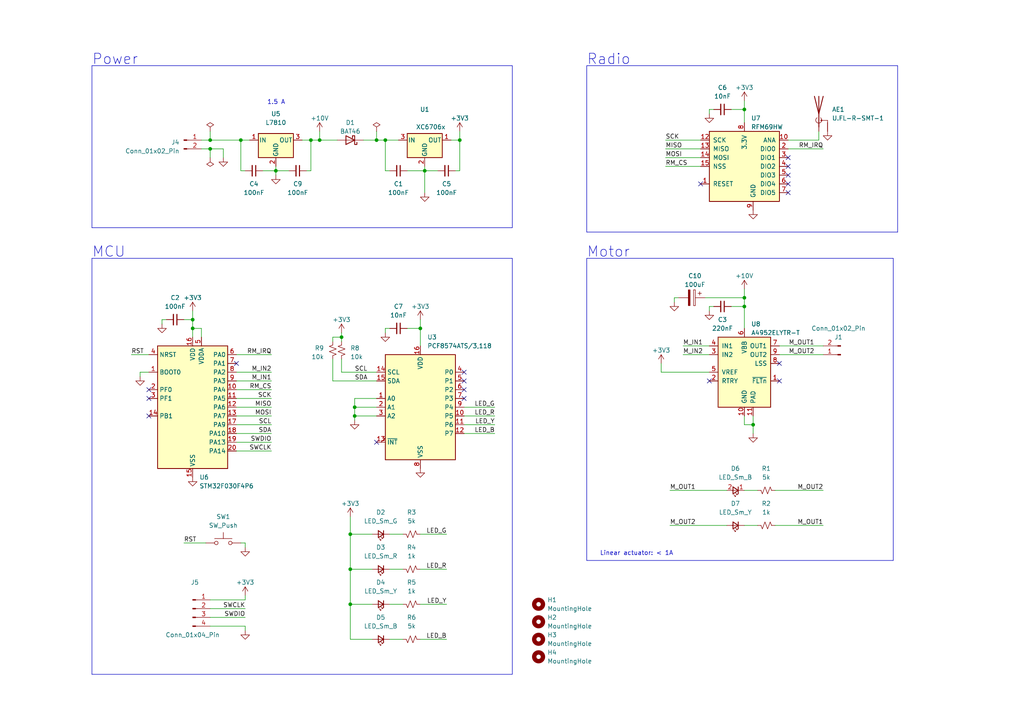
<source format=kicad_sch>
(kicad_sch (version 20230121) (generator eeschema)
  (paper "A4")
  (title_block (title "Greenhouse Node HB (Mini)") (date "2022-11-16") (rev "2") (company "Nick Bolton") (comment 1 "Controls an H-bridge with STM32F0xx") (comment 2 "Uses 868MHz RF69 radio module"))
  (lib_symbols
    (symbol "Connector:Conn_01x02_Pin" (pin_names (offset 1.016) hide)
      (property "Reference" "J" (at 0 2.54 0))
      (property "Value" "Conn_01x02_Pin" (at 0 -5.08 0))
      (symbol "Conn_01x02_Pin_1_1"
        (polyline (pts (xy 1.27 -2.54) (xy 0.8636 -2.54)) (stroke (width 0.1524)))
        (polyline (pts (xy 1.27 0) (xy 0.8636 0)) (stroke (width 0.1524)))
        (rectangle (start 0.8636 -2.413) (end 0 -2.667) (stroke (width 0.1524)) (fill (type outline)))
        (rectangle (start 0.8636 0.127) (end 0 -0.127) (stroke (width 0.1524)) (fill (type outline)))
        (pin passive line (at 5.08 0 180) (length 3.81) (name "Pin_1") (number "1"))
        (pin passive line (at 5.08 -2.54 180) (length 3.81) (name "Pin_2") (number "2"))
      )
    )
    (symbol "Connector:Conn_01x04_Pin" (pin_names (offset 1.016) hide)
      (property "Reference" "J" (at 0 5.08 0))
      (property "Value" "Conn_01x04_Pin" (at 0 -7.62 0))
      (symbol "Conn_01x04_Pin_1_1"
        (polyline (pts (xy 1.27 -5.08) (xy 0.8636 -5.08)) (stroke (width 0.1524)))
        (polyline (pts (xy 1.27 -2.54) (xy 0.8636 -2.54)) (stroke (width 0.1524)))
        (polyline (pts (xy 1.27 0) (xy 0.8636 0)) (stroke (width 0.1524)))
        (polyline (pts (xy 1.27 2.54) (xy 0.8636 2.54)) (stroke (width 0.1524)))
        (rectangle (start 0.8636 -4.953) (end 0 -5.207) (stroke (width 0.1524)) (fill (type outline)))
        (rectangle (start 0.8636 -2.413) (end 0 -2.667) (stroke (width 0.1524)) (fill (type outline)))
        (rectangle (start 0.8636 0.127) (end 0 -0.127) (stroke (width 0.1524)) (fill (type outline)))
        (rectangle (start 0.8636 2.667) (end 0 2.413) (stroke (width 0.1524)) (fill (type outline)))
        (pin passive line (at 5.08 2.54 180) (length 3.81) (name "Pin_1") (number "1"))
        (pin passive line (at 5.08 0 180) (length 3.81) (name "Pin_2") (number "2"))
        (pin passive line (at 5.08 -2.54 180) (length 3.81) (name "Pin_3") (number "3"))
        (pin passive line (at 5.08 -5.08 180) (length 3.81) (name "Pin_4") (number "4"))
      )
    )
    (symbol "Device:Antenna_Shield" (pin_numbers hide) (pin_names (offset 1.016) hide)
      (property "Reference" "AE" (at -1.905 4.445 0))
      (property "Value" "Antenna_Shield" (at -1.905 2.54 0))
      (symbol "Antenna_Shield_0_1"
        (arc (start -0.508 -1.143) (mid -0.8429 -2.1194) (end 0 -2.667))
        (arc (start 0 -2.667) (mid 0.7989 -2.1052) (end 0.508 -1.143))
        (polyline (pts (xy 0 -2.54) (xy 0 0)))
        (polyline (pts (xy 0 5.08) (xy 0 -3.81)) (stroke (width 0.254)))
        (polyline (pts (xy 0.762 -1.905) (xy 2.54 -1.905)))
        (polyline (pts (xy 2.54 -2.54) (xy 2.54 -1.905)))
        (polyline (pts (xy 1.27 5.08) (xy 0 0) (xy -1.27 5.08)) (stroke (width 0.254)))
        (circle (center 0.762 -1.905) (radius 0.1778) (fill (type outline)))
      )
      (symbol "Antenna_Shield_1_1"
        (pin input line (at 0 -5.08 90) (length 2.54) (name "A") (number "1"))
        (pin input line (at 2.54 -5.08 90) (length 2.54) (name "Shield") (number "2"))
      )
    )
    (symbol "Device:C_Polarized" (pin_numbers hide) (pin_names (offset 0.254))
      (property "Reference" "C" (at 0.635 2.54 0))
      (property "Value" "C_Polarized" (at 0.635 -2.54 0))
      (symbol "C_Polarized_0_1"
        (rectangle (start -2.286 0.508) (end 2.286 1.016))
        (polyline (pts (xy -1.778 2.286) (xy -0.762 2.286)))
        (polyline (pts (xy -1.27 2.794) (xy -1.27 1.778)))
        (rectangle (start 2.286 -0.508) (end -2.286 -1.016) (fill (type outline)))
      )
      (symbol "C_Polarized_1_1"
        (pin passive line (at 0 3.81 270) (length 2.794) (name "~") (number "1"))
        (pin passive line (at 0 -3.81 90) (length 2.794) (name "~") (number "2"))
      )
    )
    (symbol "Device:C_Small" (pin_numbers hide) (pin_names (offset 0.254) hide)
      (property "Reference" "C" (at 0.254 1.778 0))
      (property "Value" "C_Small" (at 0.254 -2.032 0))
      (symbol "C_Small_0_1"
        (polyline (pts (xy -1.524 -0.508) (xy 1.524 -0.508)) (stroke (width 0.3302)))
        (polyline (pts (xy -1.524 0.508) (xy 1.524 0.508)) (stroke (width 0.3048)))
      )
      (symbol "C_Small_1_1"
        (pin passive line (at 0 2.54 270) (length 2.032) (name "~") (number "1"))
        (pin passive line (at 0 -2.54 90) (length 2.032) (name "~") (number "2"))
      )
    )
    (symbol "Device:LED_Small" (pin_numbers hide) (pin_names (offset 0.254) hide)
      (property "Reference" "D" (at -1.27 3.175 0))
      (property "Value" "LED_Small" (at -4.445 -2.54 0))
      (symbol "LED_Small_0_1"
        (polyline (pts (xy -0.762 -1.016) (xy -0.762 1.016)) (stroke (width 0.254)))
        (polyline (pts (xy 1.016 0) (xy -0.762 0)))
        (polyline (pts (xy 0.762 -1.016) (xy -0.762 0) (xy 0.762 1.016) (xy 0.762 -1.016)) (stroke (width 0.254)))
        (polyline (pts (xy 0 0.762) (xy -0.508 1.27) (xy -0.254 1.27) (xy -0.508 1.27) (xy -0.508 1.016)))
        (polyline (pts (xy 0.508 1.27) (xy 0 1.778) (xy 0.254 1.778) (xy 0 1.778) (xy 0 1.524)))
      )
      (symbol "LED_Small_1_1"
        (pin passive line (at -2.54 0 0) (length 1.778) (name "K") (number "1"))
        (pin passive line (at 2.54 0 180) (length 1.778) (name "A") (number "2"))
      )
    )
    (symbol "Device:R_Small_US" (pin_numbers hide) (pin_names (offset 0.254) hide)
      (property "Reference" "R" (at 0.762 0.508 0))
      (property "Value" "R_Small_US" (at 0.762 -1.016 0))
      (symbol "R_Small_US_1_1"
        (polyline (pts (xy 0 0) (xy 1.016 -0.381) (xy 0 -0.762) (xy -1.016 -1.143) (xy 0 -1.524)))
        (polyline (pts (xy 0 1.524) (xy 1.016 1.143) (xy 0 0.762) (xy -1.016 0.381) (xy 0 0)))
        (pin passive line (at 0 2.54 270) (length 1.016) (name "~") (number "1"))
        (pin passive line (at 0 -2.54 90) (length 1.016) (name "~") (number "2"))
      )
    )
    (symbol "Diode:BAT46" (pin_numbers hide) (pin_names (offset 1.016) hide)
      (property "Reference" "D" (at 0 2.54 0))
      (property "Value" "BAT46" (at 0 -2.54 0))
      (symbol "BAT46_0_1"
        (polyline (pts (xy 1.27 0) (xy -1.27 0)))
        (polyline (pts (xy 1.27 1.27) (xy 1.27 -1.27) (xy -1.27 0) (xy 1.27 1.27)) (stroke (width 0.254)))
        (polyline (pts (xy -1.905 0.635) (xy -1.905 1.27) (xy -1.27 1.27) (xy -1.27 -1.27) (xy -0.635 -1.27) (xy -0.635 -0.635)) (stroke (width 0.254)))
      )
      (symbol "BAT46_1_1"
        (pin passive line (at -3.81 0 0) (length 2.54) (name "K") (number "1"))
        (pin passive line (at 3.81 0 180) (length 2.54) (name "A") (number "2"))
      )
    )
    (symbol "Driver_Motor:A4952_LY" (pin_names (offset 1.016))
      (property "Reference" "U" (at -7.62 11.43 0))
      (property "Value" "A4952_LY" (at 5.08 11.43 0))
      (symbol "A4952_LY_0_1"
        (rectangle (start -7.62 10.16) (end 7.62 -10.16) (stroke (width 0.254)) (fill (type background)))
      )
      (symbol "A4952_LY_1_1"
        (pin output line (at 10.16 -2.54 180) (length 2.54) (name "~{FLTn}") (number "1"))
        (pin power_in line (at 0 -12.7 90) (length 2.54) (name "GND") (number "10"))
        (pin power_in line (at 2.54 -12.7 90) (length 2.54) (name "PAD") (number "11"))
        (pin input line (at -10.16 -2.54 0) (length 2.54) (name "RTRY") (number "2"))
        (pin input line (at -10.16 5.08 0) (length 2.54) (name "IN2") (number "3"))
        (pin input line (at -10.16 7.62 0) (length 2.54) (name "IN1") (number "4"))
        (pin passive line (at -10.16 0 0) (length 2.54) (name "VREF") (number "5"))
        (pin power_in line (at 0 12.7 270) (length 2.54) (name "VBB") (number "6"))
        (pin power_out line (at 10.16 7.62 180) (length 2.54) (name "OUT1") (number "7"))
        (pin power_in line (at 10.16 2.54 180) (length 2.54) (name "LSS") (number "8"))
        (pin power_out line (at 10.16 5.08 180) (length 2.54) (name "OUT2") (number "9"))
      )
    )
    (symbol "Interface_Expansion:PCF8574"
      (property "Reference" "U" (at -8.89 16.51 0))
      (property "Value" "PCF8574" (at 2.54 16.51 0))
      (symbol "PCF8574_0_1"
        (rectangle (start -10.16 15.24) (end 10.16 -15.24) (stroke (width 0.254)) (fill (type background)))
      )
      (symbol "PCF8574_1_1"
        (pin input line (at -12.7 2.54 0) (length 2.54) (name "A0") (number "1"))
        (pin bidirectional line (at 12.7 -2.54 180) (length 2.54) (name "P5") (number "10"))
        (pin bidirectional line (at 12.7 -5.08 180) (length 2.54) (name "P6") (number "11"))
        (pin bidirectional line (at 12.7 -7.62 180) (length 2.54) (name "P7") (number "12"))
        (pin open_collector output_low (at -12.7 -10.16 0) (length 2.54) (name "~{INT}") (number "13"))
        (pin input line (at -12.7 10.16 0) (length 2.54) (name "SCL") (number "14"))
        (pin bidirectional line (at -12.7 7.62 0) (length 2.54) (name "SDA") (number "15"))
        (pin power_in line (at 0 17.78 270) (length 2.54) (name "VDD") (number "16"))
        (pin input line (at -12.7 0 0) (length 2.54) (name "A1") (number "2"))
        (pin input line (at -12.7 -2.54 0) (length 2.54) (name "A2") (number "3"))
        (pin bidirectional line (at 12.7 10.16 180) (length 2.54) (name "P0") (number "4"))
        (pin bidirectional line (at 12.7 7.62 180) (length 2.54) (name "P1") (number "5"))
        (pin bidirectional line (at 12.7 5.08 180) (length 2.54) (name "P2") (number "6"))
        (pin bidirectional line (at 12.7 2.54 180) (length 2.54) (name "P3") (number "7"))
        (pin power_in line (at 0 -17.78 90) (length 2.54) (name "VSS") (number "8"))
        (pin bidirectional line (at 12.7 0 180) (length 2.54) (name "P4") (number "9"))
      )
    )
    (symbol "LED_Small_1" (pin_names (offset 0.254) hide)
      (property "Reference" "D" (at -1.27 3.175 0))
      (property "Value" "LED_Small_1" (at -4.445 -2.54 0))
      (symbol "LED_Small_1_0_1"
        (polyline (pts (xy -0.762 -1.016) (xy -0.762 1.016)) (stroke (width 0.254)))
        (polyline (pts (xy 1.016 0) (xy -0.762 0)))
        (polyline (pts (xy 0.762 -1.016) (xy -0.762 0) (xy 0.762 1.016) (xy 0.762 -1.016)) (stroke (width 0.254)))
        (polyline (pts (xy 0 0.762) (xy -0.508 1.27) (xy -0.254 1.27) (xy -0.508 1.27) (xy -0.508 1.016)))
        (polyline (pts (xy 0.508 1.27) (xy 0 1.778) (xy 0.254 1.778) (xy 0 1.778) (xy 0 1.524)))
      )
      (symbol "LED_Small_1_1_1"
        (pin passive line (at -2.54 0 0) (length 1.778) (name "K") (number "1"))
        (pin passive line (at 2.54 0 180) (length 1.778) (name "A") (number "2"))
      )
    )
    (symbol "MCU_ST_STM32F0:STM32F030F4Px"
      (property "Reference" "U" (at -10.16 19.05 0))
      (property "Value" "STM32F030F4Px" (at 5.08 19.05 0))
      (symbol "STM32F030F4Px_0_1"
        (rectangle (start -10.16 -17.78) (end 10.16 17.78) (stroke (width 0.254)) (fill (type background)))
      )
      (symbol "STM32F030F4Px_1_1"
        (pin input line (at -12.7 10.16 0) (length 2.54) (name "BOOT0") (number "1"))
        (pin bidirectional line (at 12.7 5.08 180) (length 2.54) (name "PA4") (number "10"))
        (pin bidirectional line (at 12.7 2.54 180) (length 2.54) (name "PA5") (number "11"))
        (pin bidirectional line (at 12.7 0 180) (length 2.54) (name "PA6") (number "12"))
        (pin bidirectional line (at 12.7 -2.54 180) (length 2.54) (name "PA7") (number "13"))
        (pin bidirectional line (at -12.7 -2.54 0) (length 2.54) (name "PB1") (number "14"))
        (pin power_in line (at 0 -20.32 90) (length 2.54) (name "VSS") (number "15"))
        (pin power_in line (at 0 20.32 270) (length 2.54) (name "VDD") (number "16"))
        (pin bidirectional line (at 12.7 -5.08 180) (length 2.54) (name "PA9") (number "17"))
        (pin bidirectional line (at 12.7 -7.62 180) (length 2.54) (name "PA10") (number "18"))
        (pin bidirectional line (at 12.7 -10.16 180) (length 2.54) (name "PA13") (number "19"))
        (pin bidirectional line (at -12.7 5.08 0) (length 2.54) (name "PF0") (number "2"))
        (pin bidirectional line (at 12.7 -12.7 180) (length 2.54) (name "PA14") (number "20"))
        (pin bidirectional line (at -12.7 2.54 0) (length 2.54) (name "PF1") (number "3"))
        (pin input line (at -12.7 15.24 0) (length 2.54) (name "NRST") (number "4"))
        (pin power_in line (at 2.54 20.32 270) (length 2.54) (name "VDDA") (number "5"))
        (pin bidirectional line (at 12.7 15.24 180) (length 2.54) (name "PA0") (number "6"))
        (pin bidirectional line (at 12.7 12.7 180) (length 2.54) (name "PA1") (number "7"))
        (pin bidirectional line (at 12.7 10.16 180) (length 2.54) (name "PA2") (number "8"))
        (pin bidirectional line (at 12.7 7.62 180) (length 2.54) (name "PA3") (number "9"))
      )
    )
    (symbol "Mechanical:MountingHole" (pin_names (offset 1.016))
      (property "Reference" "H" (at 0 5.08 0))
      (property "Value" "MountingHole" (at 0 3.175 0))
      (symbol "MountingHole_0_1"
        (circle (center 0 0) (radius 1.27) (stroke (width 1.27)))
      )
    )
    (symbol "Nick:GND" (power) (pin_names (offset 0))
      (symbol "GND_0_1"
        (polyline (pts (xy 0 0) (xy 0 -1.27) (xy 1.27 -1.27) (xy 0 -2.54) (xy -1.27 -1.27) (xy 0 -1.27)))
      )
      (symbol "GND_1_1"
        (pin power_in line (at 0 0 270) (length 0) hide (name "GND") (number "1"))
      )
    )
    (symbol "Nick:PWR_FLAG" (power) (pin_numbers hide) (pin_names (offset 0) hide)
      (symbol "PWR_FLAG_0_0"
        (pin power_out line (at 0 0 90) (length 0) (name "pwr") (number "1"))
      )
      (symbol "PWR_FLAG_0_1"
        (polyline (pts (xy 0 0) (xy 0 1.27) (xy -1.016 1.905) (xy 0 2.54) (xy 1.016 1.905) (xy 0 1.27)))
      )
    )
    (symbol "Nick:XC6706x" (pin_names (offset 0.254))
      (property "Reference" "U" (at -5.08 3.81 0))
      (property "Value" "XC6706x" (at -2.54 3.81 0))
      (symbol "XC6706x_0_1"
        (rectangle (start -5.08 1.905) (end 5.08 -5.08) (stroke (width 0.254)) (fill (type background)))
      )
      (symbol "XC6706x_1_1"
        (pin power_out line (at 7.62 0 180) (length 2.54) (name "OUT") (number "1"))
        (pin power_in line (at 0 -7.62 90) (length 2.54) (name "GND") (number "2"))
        (pin power_in line (at -7.62 0 0) (length 2.54) (name "IN") (number "3"))
      )
    )
    (symbol "RF_Module:RFM69HW" (pin_names (offset 1.016))
      (property "Reference" "U" (at -3.81 11.43 0))
      (property "Value" "RFM69HW" (at -7.62 13.97 0))
      (symbol "RFM69HW_0_1"
        (rectangle (start -10.16 10.16) (end 10.16 -10.16) (stroke (width 0.254)) (fill (type background)))
      )
      (symbol "RFM69HW_1_1"
        (pin input line (at -12.7 -5.08 0) (length 2.54) (name "RESET") (number "1"))
        (pin output line (at 12.7 7.62 180) (length 2.54) (name "ANA") (number "10"))
        (pin passive line (at 2.54 -12.7 90) (length 2.54) hide (name "GND") (number "11"))
        (pin input line (at -12.7 7.62 0) (length 2.54) (name "SCK") (number "12"))
        (pin output line (at -12.7 5.08 0) (length 2.54) (name "MISO") (number "13"))
        (pin input line (at -12.7 2.54 0) (length 2.54) (name "MOSI") (number "14"))
        (pin input line (at -12.7 0 0) (length 2.54) (name "NSS") (number "15"))
        (pin no_connect line (at -2.54 -10.16 90) (length 2.54) hide (name "NC") (number "16"))
        (pin bidirectional line (at 12.7 5.08 180) (length 2.54) (name "DIO0") (number "2"))
        (pin bidirectional line (at 12.7 2.54 180) (length 2.54) (name "DIO1") (number "3"))
        (pin bidirectional line (at 12.7 0 180) (length 2.54) (name "DIO2") (number "4"))
        (pin bidirectional line (at 12.7 -2.54 180) (length 2.54) (name "DIO3") (number "5"))
        (pin bidirectional line (at 12.7 -5.08 180) (length 2.54) (name "DIO4") (number "6"))
        (pin bidirectional line (at 12.7 -7.62 180) (length 2.54) (name "DIO5") (number "7"))
        (pin power_in line (at 0 12.7 270) (length 2.54) (name "3.3V") (number "8"))
        (pin power_in line (at 2.54 -12.7 90) (length 2.54) (name "GND") (number "9"))
      )
    )
    (symbol "Regulator_Linear:L7805" (pin_names (offset 0.254))
      (property "Reference" "U" (at -3.81 3.175 0))
      (property "Value" "L7805" (at 0 3.175 0))
      (symbol "L7805_0_1"
        (rectangle (start -5.08 1.905) (end 5.08 -5.08) (stroke (width 0.254)) (fill (type background)))
      )
      (symbol "L7805_1_1"
        (pin power_in line (at -7.62 0 0) (length 2.54) (name "IN") (number "1"))
        (pin power_in line (at 0 -7.62 90) (length 2.54) (name "GND") (number "2"))
        (pin power_out line (at 7.62 0 180) (length 2.54) (name "OUT") (number "3"))
      )
    )
    (symbol "Switch:SW_Push" (pin_numbers hide) (pin_names (offset 1.016) hide)
      (property "Reference" "SW" (at 1.27 2.54 0))
      (property "Value" "SW_Push" (at 0 -1.524 0))
      (symbol "SW_Push_0_1"
        (circle (center -2.032 0) (radius 0.508))
        (polyline (pts (xy 0 1.27) (xy 0 3.048)))
        (polyline (pts (xy 2.54 1.27) (xy -2.54 1.27)))
        (circle (center 2.032 0) (radius 0.508))
        (pin passive line (at -5.08 0 0) (length 2.54) (name "1") (number "1"))
        (pin passive line (at 5.08 0 180) (length 2.54) (name "2") (number "2"))
      )
    )
    (symbol "power:+10V" (power) (pin_names (offset 0))
      (property "Value" "+10V" (at 0 3.556 0))
      (symbol "+10V_0_1"
        (polyline (pts (xy -0.762 1.27) (xy 0 2.54)))
        (polyline (pts (xy 0 0) (xy 0 2.54)))
        (polyline (pts (xy 0 2.54) (xy 0.762 1.27)))
      )
      (symbol "+10V_1_1"
        (pin power_in line (at 0 0 90) (length 0) hide (name "+10V") (number "1"))
      )
    )
    (symbol "power:+3V3" (power) (pin_names (offset 0))
      (property "Value" "+3V3" (at 0 3.556 0))
      (symbol "+3V3_0_1"
        (polyline (pts (xy -0.762 1.27) (xy 0 2.54)))
        (polyline (pts (xy 0 0) (xy 0 2.54)))
        (polyline (pts (xy 0 2.54) (xy 0.762 1.27)))
      )
      (symbol "+3V3_1_1"
        (pin power_in line (at 0 0 90) (length 0) hide (name "+3V3") (number "1"))
      )
    )
    (symbol "power:GND" (power) (pin_names (offset 0))
      (property "Value" "GND" (at 0 -3.81 0))
      (symbol "GND_0_1"
        (polyline (pts (xy 0 0) (xy 0 -1.27) (xy 1.27 -1.27) (xy 0 -2.54) (xy -1.27 -1.27) (xy 0 -1.27)))
      )
      (symbol "GND_1_1"
        (pin power_in line (at 0 0 270) (length 0) hide (name "GND") (number "1"))
      )
    )
  )
  (junction (at 80.01 49.53))
  (junction (at 215.9 86.36))
  (junction (at 60.96 43.18))
  (junction (at 215.9 88.9))
  (junction (at 121.92 95.25))
  (junction (at 215.9 31.75))
  (junction (at 90.17 40.64))
  (junction (at 55.88 92.71))
  (junction (at 102.87 118.11))
  (junction (at 111.76 40.64))
  (junction (at 101.6 165.1))
  (junction (at 109.22 40.64))
  (junction (at 99.06 97.79))
  (junction (at 133.35 40.64))
  (junction (at 123.19 49.53))
  (junction (at 69.85 40.64))
  (junction (at 60.96 40.64))
  (junction (at 92.71 40.64))
  (junction (at 102.87 120.65))
  (junction (at 101.6 154.94))
  (junction (at 55.88 95.25))
  (junction (at 101.6 175.26))
  (junction (at 218.44 123.19))
  (no_connect (at 134.62 107.95))
  (no_connect (at 134.62 110.49))
  (no_connect (at 109.22 128.27))
  (no_connect (at 228.6 48.26))
  (no_connect (at 228.6 50.8))
  (no_connect (at 203.2 53.34))
  (no_connect (at 226.06 105.41))
  (no_connect (at 228.6 53.34))
  (no_connect (at 43.18 115.57))
  (no_connect (at 134.62 113.03))
  (no_connect (at 228.6 45.72))
  (no_connect (at 68.58 105.41))
  (no_connect (at 205.74 110.49))
  (no_connect (at 228.6 55.88))
  (no_connect (at 43.18 120.65))
  (no_connect (at 134.62 115.57))
  (no_connect (at 226.06 110.49))
  (no_connect (at 43.18 113.03))
  (wire (pts (xy 194.31 152.4) (xy 210.82 152.4)))
  (wire (pts (xy 46.99 92.71) (xy 48.26 92.71)))
  (wire (pts (xy 215.9 88.9) (xy 215.9 95.25)))
  (polyline (pts (xy 148.59 19.05) (xy 26.67 19.05)))
  (wire (pts (xy 92.71 38.1) (xy 92.71 40.64)))
  (wire (pts (xy 71.12 172.72) (xy 71.12 173.99)))
  (wire (pts (xy 105.41 40.64) (xy 109.22 40.64)))
  (wire (pts (xy 101.6 154.94) (xy 101.6 165.1)))
  (wire (pts (xy 121.92 165.1) (xy 129.54 165.1)))
  (polyline (pts (xy 170.18 74.93) (xy 170.18 162.56)))
  (wire (pts (xy 68.58 128.27) (xy 78.74 128.27)))
  (wire (pts (xy 228.6 43.18) (xy 238.76 43.18)))
  (wire (pts (xy 68.58 120.65) (xy 78.74 120.65)))
  (wire (pts (xy 38.1 102.87) (xy 43.18 102.87)))
  (wire (pts (xy 111.76 95.25) (xy 113.03 95.25)))
  (wire (pts (xy 58.42 40.64) (xy 60.96 40.64)))
  (wire (pts (xy 99.06 96.52) (xy 99.06 97.79)))
  (wire (pts (xy 96.52 97.79) (xy 99.06 97.79)))
  (wire (pts (xy 130.81 40.64) (xy 133.35 40.64)))
  (wire (pts (xy 123.19 49.53) (xy 123.19 55.88)))
  (wire (pts (xy 102.87 120.65) (xy 109.22 120.65)))
  (wire (pts (xy 76.2 49.53) (xy 80.01 49.53)))
  (wire (pts (xy 90.17 40.64) (xy 90.17 49.53)))
  (wire (pts (xy 203.2 48.26) (xy 193.04 48.26)))
  (wire (pts (xy 88.9 49.53) (xy 90.17 49.53)))
  (polyline (pts (xy 26.67 66.04) (xy 148.59 66.04)))
  (wire (pts (xy 109.22 118.11) (xy 102.87 118.11)))
  (wire (pts (xy 123.19 48.26) (xy 123.19 49.53)))
  (wire (pts (xy 69.85 40.64) (xy 72.39 40.64)))
  (wire (pts (xy 111.76 40.64) (xy 115.57 40.64)))
  (polyline (pts (xy 259.08 162.56) (xy 170.18 162.56)))
  (wire (pts (xy 237.49 38.1) (xy 237.49 40.64)))
  (wire (pts (xy 64.77 43.18) (xy 60.96 43.18)))
  (wire (pts (xy 198.12 100.33) (xy 205.74 100.33)))
  (wire (pts (xy 109.22 40.64) (xy 111.76 40.64)))
  (wire (pts (xy 132.08 49.53) (xy 133.35 49.53)))
  (wire (pts (xy 215.9 123.19) (xy 218.44 123.19)))
  (wire (pts (xy 215.9 83.82) (xy 215.9 86.36)))
  (wire (pts (xy 55.88 92.71) (xy 55.88 95.25)))
  (wire (pts (xy 99.06 97.79) (xy 99.06 99.06)))
  (wire (pts (xy 53.34 92.71) (xy 55.88 92.71)))
  (wire (pts (xy 102.87 115.57) (xy 102.87 118.11)))
  (wire (pts (xy 80.01 49.53) (xy 80.01 50.8)))
  (wire (pts (xy 203.2 40.64) (xy 193.04 40.64)))
  (wire (pts (xy 113.03 185.42) (xy 116.84 185.42)))
  (wire (pts (xy 68.58 107.95) (xy 78.74 107.95)))
  (wire (pts (xy 68.58 123.19) (xy 78.74 123.19)))
  (wire (pts (xy 68.58 102.87) (xy 78.74 102.87)))
  (wire (pts (xy 195.58 86.36) (xy 195.58 87.63)))
  (wire (pts (xy 203.2 45.72) (xy 193.04 45.72)))
  (polyline (pts (xy 259.08 74.93) (xy 259.08 162.56)))
  (wire (pts (xy 134.62 125.73) (xy 143.51 125.73)))
  (wire (pts (xy 96.52 99.06) (xy 96.52 97.79)))
  (wire (pts (xy 101.6 165.1) (xy 107.95 165.1)))
  (wire (pts (xy 109.22 107.95) (xy 99.06 107.95)))
  (wire (pts (xy 134.62 123.19) (xy 143.51 123.19)))
  (wire (pts (xy 113.03 165.1) (xy 116.84 165.1)))
  (polyline (pts (xy 170.18 74.93) (xy 259.08 74.93)))
  (wire (pts (xy 68.58 110.49) (xy 78.74 110.49)))
  (wire (pts (xy 205.74 33.02) (xy 205.74 31.75)))
  (wire (pts (xy 102.87 118.11) (xy 102.87 120.65)))
  (wire (pts (xy 191.77 107.95) (xy 205.74 107.95)))
  (wire (pts (xy 99.06 104.14) (xy 99.06 107.95)))
  (wire (pts (xy 68.58 118.11) (xy 78.74 118.11)))
  (wire (pts (xy 55.88 90.17) (xy 55.88 92.71)))
  (wire (pts (xy 68.58 115.57) (xy 78.74 115.57)))
  (wire (pts (xy 121.92 154.94) (xy 129.54 154.94)))
  (wire (pts (xy 111.76 96.52) (xy 111.76 95.25)))
  (wire (pts (xy 60.96 181.61) (xy 71.12 181.61)))
  (polyline (pts (xy 260.35 19.05) (xy 170.18 19.05)))
  (wire (pts (xy 134.62 120.65) (xy 143.51 120.65)))
  (wire (pts (xy 80.01 49.53) (xy 83.82 49.53)))
  (wire (pts (xy 212.09 88.9) (xy 215.9 88.9)))
  (wire (pts (xy 60.96 173.99) (xy 71.12 173.99)))
  (polyline (pts (xy 170.18 19.05) (xy 170.18 67.31)))
  (wire (pts (xy 101.6 165.1) (xy 101.6 175.26)))
  (wire (pts (xy 101.6 149.86) (xy 101.6 154.94)))
  (wire (pts (xy 215.9 29.21) (xy 215.9 31.75)))
  (polyline (pts (xy 148.59 195.58) (xy 26.67 195.58)))
  (wire (pts (xy 121.92 92.71) (xy 121.92 95.25)))
  (wire (pts (xy 60.96 40.64) (xy 69.85 40.64)))
  (wire (pts (xy 68.58 125.73) (xy 78.74 125.73)))
  (wire (pts (xy 111.76 49.53) (xy 111.76 40.64)))
  (wire (pts (xy 46.99 92.71) (xy 46.99 93.98)))
  (wire (pts (xy 107.95 154.94) (xy 101.6 154.94)))
  (wire (pts (xy 205.74 88.9) (xy 207.01 88.9)))
  (wire (pts (xy 101.6 175.26) (xy 101.6 185.42)))
  (wire (pts (xy 118.11 49.53) (xy 123.19 49.53)))
  (wire (pts (xy 101.6 185.42) (xy 107.95 185.42)))
  (polyline (pts (xy 26.67 74.93) (xy 148.59 74.93)))
  (wire (pts (xy 218.44 123.19) (xy 218.44 125.73)))
  (wire (pts (xy 90.17 40.64) (xy 92.71 40.64)))
  (wire (pts (xy 123.19 49.53) (xy 127 49.53)))
  (wire (pts (xy 58.42 97.79) (xy 58.42 95.25)))
  (wire (pts (xy 80.01 48.26) (xy 80.01 49.53)))
  (wire (pts (xy 96.52 110.49) (xy 109.22 110.49)))
  (wire (pts (xy 58.42 95.25) (xy 55.88 95.25)))
  (polyline (pts (xy 148.59 66.04) (xy 148.59 19.05)))
  (wire (pts (xy 118.11 95.25) (xy 121.92 95.25)))
  (wire (pts (xy 60.96 179.07) (xy 71.12 179.07)))
  (wire (pts (xy 60.96 45.72) (xy 60.96 43.18)))
  (polyline (pts (xy 260.35 67.31) (xy 260.35 19.05)))
  (wire (pts (xy 102.87 121.92) (xy 102.87 120.65)))
  (wire (pts (xy 226.06 102.87) (xy 238.76 102.87)))
  (wire (pts (xy 68.58 130.81) (xy 78.74 130.81)))
  (wire (pts (xy 64.77 45.72) (xy 64.77 43.18)))
  (wire (pts (xy 133.35 38.1) (xy 133.35 40.64)))
  (wire (pts (xy 134.62 118.11) (xy 143.51 118.11)))
  (wire (pts (xy 215.9 152.4) (xy 219.71 152.4)))
  (wire (pts (xy 224.79 152.4) (xy 238.76 152.4)))
  (polyline (pts (xy 170.18 67.31) (xy 260.35 67.31)))
  (wire (pts (xy 69.85 49.53) (xy 71.12 49.53)))
  (wire (pts (xy 121.92 95.25) (xy 121.92 100.33)))
  (wire (pts (xy 101.6 175.26) (xy 107.95 175.26)))
  (wire (pts (xy 195.58 86.36) (xy 196.85 86.36)))
  (wire (pts (xy 40.64 109.22) (xy 40.64 107.95)))
  (wire (pts (xy 205.74 31.75) (xy 207.01 31.75)))
  (wire (pts (xy 60.96 38.1) (xy 60.96 40.64)))
  (wire (pts (xy 226.06 100.33) (xy 238.76 100.33)))
  (polyline (pts (xy 148.59 74.93) (xy 148.59 195.58)))
  (wire (pts (xy 215.9 86.36) (xy 215.9 88.9)))
  (wire (pts (xy 71.12 157.48) (xy 71.12 158.75)))
  (wire (pts (xy 113.03 49.53) (xy 111.76 49.53)))
  (wire (pts (xy 40.64 107.95) (xy 43.18 107.95)))
  (wire (pts (xy 60.96 43.18) (xy 58.42 43.18)))
  (polyline (pts (xy 26.67 19.05) (xy 26.67 66.04)))
  (wire (pts (xy 113.03 175.26) (xy 116.84 175.26)))
  (wire (pts (xy 96.52 104.14) (xy 96.52 110.49)))
  (wire (pts (xy 237.49 40.64) (xy 228.6 40.64)))
  (wire (pts (xy 71.12 181.61) (xy 71.12 182.88)))
  (wire (pts (xy 109.22 115.57) (xy 102.87 115.57)))
  (wire (pts (xy 215.9 120.65) (xy 215.9 123.19)))
  (wire (pts (xy 204.47 86.36) (xy 215.9 86.36)))
  (wire (pts (xy 60.96 176.53) (xy 71.12 176.53)))
  (wire (pts (xy 203.2 43.18) (xy 193.04 43.18)))
  (wire (pts (xy 121.92 185.42) (xy 129.54 185.42)))
  (wire (pts (xy 121.92 175.26) (xy 129.54 175.26)))
  (wire (pts (xy 69.85 40.64) (xy 69.85 49.53)))
  (wire (pts (xy 215.9 31.75) (xy 215.9 35.56)))
  (wire (pts (xy 55.88 95.25) (xy 55.88 97.79)))
  (wire (pts (xy 215.9 142.24) (xy 219.71 142.24)))
  (wire (pts (xy 87.63 40.64) (xy 90.17 40.64)))
  (wire (pts (xy 59.69 157.48) (xy 53.34 157.48)))
  (wire (pts (xy 92.71 40.64) (xy 97.79 40.64)))
  (wire (pts (xy 68.58 113.03) (xy 78.74 113.03)))
  (wire (pts (xy 198.12 102.87) (xy 205.74 102.87)))
  (wire (pts (xy 133.35 40.64) (xy 133.35 49.53)))
  (wire (pts (xy 224.79 142.24) (xy 238.76 142.24)))
  (wire (pts (xy 205.74 90.17) (xy 205.74 88.9)))
  (wire (pts (xy 218.44 120.65) (xy 218.44 123.19)))
  (wire (pts (xy 194.31 142.24) (xy 210.82 142.24)))
  (wire (pts (xy 109.22 38.1) (xy 109.22 40.64)))
  (wire (pts (xy 212.09 31.75) (xy 215.9 31.75)))
  (wire (pts (xy 69.85 157.48) (xy 71.12 157.48)))
  (polyline (pts (xy 26.67 74.93) (xy 26.67 195.58)))
  (wire (pts (xy 113.03 154.94) (xy 116.84 154.94)))
  (wire (pts (xy 191.77 105.41) (xy 191.77 107.95)))
  (text "Motor" (at 170.18 74.93 0) (effects (font (size 3 3)) (justify left bottom)))
  (text "MCU" (at 26.67 74.93 0) (effects (font (size 3 3)) (justify left bottom)))
  (text "Linear actuator: < 1A" (at 173.99 161.29 0) (effects (font (size 1.27 1.27)) (justify left bottom)))
  (text "Power" (at 26.67 19.05 0) (effects (font (size 3 3)) (justify left bottom)))
  (text "1.5 A " (at 77.47 30.48 0) (effects (font (size 1.27 1.27)) (justify left bottom)))
  (text "Radio" (at 170.18 19.05 0) (effects (font (size 3 3)) (justify left bottom)))
  (label "LED_B" (at 129.54 185.42 180))
  (label "M_OUT1" (at 194.31 142.24 0))
  (label "SCK" (at 193.04 40.64 0))
  (label "SCL" (at 102.87 107.95 0))
  (label "SWCLK" (at 71.12 176.53 180))
  (label "M_IN2" (at 198.12 102.87 0))
  (label "RST" (at 38.1 102.87 0))
  (label "M_OUT1" (at 238.76 152.4 180))
  (label "SWCLK" (at 78.74 130.81 180))
  (label "M_OUT2" (at 238.76 142.24 180))
  (label "M_OUT2" (at 194.31 152.4 0))
  (label "MOSI" (at 193.04 45.72 0))
  (label "SWDIO" (at 78.74 128.27 180))
  (label "MISO" (at 78.74 118.11 180))
  (label "LED_G" (at 129.54 154.94 180))
  (label "LED_Y" (at 129.54 175.26 180))
  (label "RM_CS" (at 78.74 113.03 180))
  (label "LED_R" (at 143.51 120.65 180))
  (label "SWDIO" (at 71.12 179.07 180))
  (label "MOSI" (at 78.74 120.65 180))
  (label "M_OUT2" (at 236.22 102.87 180))
  (label "RM_IRQ" (at 78.74 102.87 180))
  (label "LED_G" (at 143.51 118.11 180))
  (label "SCK" (at 78.74 115.57 180))
  (label "M_IN2" (at 78.74 107.95 180))
  (label "M_OUT1" (at 236.22 100.33 180))
  (label "M_IN1" (at 198.12 100.33 0))
  (label "RM_CS" (at 193.04 48.26 0))
  (label "LED_R" (at 129.54 165.1 180))
  (label "SDA" (at 102.87 110.49 0))
  (label "MISO" (at 193.04 43.18 0))
  (label "SCL" (at 78.74 123.19 180))
  (label "RM_IRQ" (at 238.76 43.18 180))
  (label "RST" (at 53.34 157.48 0))
  (label "LED_Y" (at 143.51 123.19 180))
  (label "SDA" (at 78.74 125.73 180))
  (label "M_IN1" (at 78.74 110.49 180))
  (label "LED_B" (at 143.51 125.73 180))
  (symbol (lib_id "Device:C_Small") (at 86.36 49.53 270) (unit 1)
    (property "Reference" "C9" (at 86.3536 53.34 90))
    (property "Value" "100nF" (at 86.3536 55.88 90))
    (property "Footprint" "Capacitor_THT:C_Disc_D4.7mm_W2.5mm_P5.00mm" (effects hide))
  )
  (symbol (lib_name "LED_Small_1") (lib_id "Device:LED_Small") (at 213.36 142.24 180) (unit 1)
    (property "Reference" "D6" (at 213.2965 135.89 0))
    (property "Value" "LED_Sm_B" (at 213.2965 138.43 0))
    (property "Footprint" "LED_THT:LED_D3.0mm" (effects hide))
  )
  (symbol (lib_id "Mechanical:MountingHole") (at 156.21 185.42 0) (unit 1)
    (property "Reference" "H3" (at 158.75 184.1499 0) (effects (justify left)))
    (property "Value" "MountingHole" (at 158.75 186.6899 0) (effects (justify left)))
    (property "Footprint" "MountingHole:MountingHole_3.2mm_M3" (effects hide))
  )
  (symbol (lib_id "Nick:GND") (at 46.99 93.98 0) (unit 1)
    (property "Reference" "#PWR08" (effects hide))
    (property "Value" "GND" (effects hide))
  )
  (symbol (lib_id "Nick:GND") (at 121.92 135.89 0) (unit 1)
    (property "Reference" "#PWR0102" (effects hide))
    (property "Value" "GND" (effects hide))
  )
  (symbol (lib_id "power:+3V3") (at 121.92 92.71 0) (unit 1)
    (property "Reference" "#PWR03" (effects hide))
    (property "Value" "+3V3" (at 121.92 88.9 0))
  )
  (symbol (lib_id "Device:C_Polarized") (at 200.66 86.36 270) (unit 1)
    (property "Reference" "C10" (at 201.549 80.01 90))
    (property "Value" "100uF" (at 201.549 82.55 90))
    (property "Footprint" "Capacitor_THT:CP_Radial_D6.3mm_P2.50mm" (effects hide))
  )
  (symbol (lib_id "power:+10V") (at 92.71 38.1 0) (unit 1)
    (property "Reference" "#PWR012" (effects hide))
    (property "Value" "+10V" (at 92.71 34.29 0))
  )
  (symbol (lib_id "Device:C_Small") (at 50.8 92.71 270) (unit 1)
    (property "Reference" "C2" (at 50.7936 86.36 90))
    (property "Value" "100nF" (at 50.7936 88.9 90))
    (property "Footprint" "Capacitor_THT:C_Disc_D4.7mm_W2.5mm_P5.00mm" (effects hide))
  )
  (symbol (lib_id "Device:R_Small_US") (at 99.06 101.6 0) (mirror y) (unit 1)
    (property "Reference" "R8" (at 101.6 100.965 0) (effects (justify right)))
    (property "Value" "10k" (at 101.6 103.505 0) (effects (justify right)))
    (property "Footprint" "Resistor_THT:R_Axial_DIN0207_L6.3mm_D2.5mm_P7.62mm_Horizontal" (effects hide))
  )
  (symbol (lib_id "Diode:BAT46") (at 101.6 40.64 180) (unit 1)
    (property "Reference" "D1" (at 101.6 35.56 0))
    (property "Value" "BAT46" (at 101.6 38.1 0))
    (property "Footprint" "Diode_THT:D_DO-35_SOD27_P7.62mm_Horizontal" (effects hide))
    (property "Datasheet" "http://www.vishay.com/docs/85662/bat46.pdf" (effects hide))
    (property "Sim.Device" "D" (effects hide))
    (property "Sim.Pins" "1=K 2=A" (effects hide))
  )
  (symbol (lib_id "power:+3V3") (at 215.9 29.21 0) (unit 1)
    (property "Reference" "#PWR015" (effects hide))
    (property "Value" "+3V3" (at 215.9 25.4 0))
  )
  (symbol (lib_id "power:+3V3") (at 71.12 172.72 0) (unit 1)
    (property "Reference" "#PWR02" (effects hide))
    (property "Value" "+3V3" (at 71.12 168.91 0))
  )
  (symbol (lib_id "Interface_Expansion:PCF8574") (at 121.92 118.11 0) (unit 1)
    (property "Reference" "U3" (at 123.9394 97.79 0) (effects (justify left)))
    (property "Value" "PCF8574ATS/3,118" (at 123.9394 100.33 0) (effects (justify left)))
    (property "Footprint" "Package_SO:SSOP-20_4.4x6.5mm_P0.65mm" (effects hide))
    (property "Datasheet" "http://www.nxp.com/documents/data_sheet/PCF8574_PCF8574A.pdf" (effects hide))
  )
  (symbol (lib_id "Regulator_Linear:L7805") (at 80.01 40.64 0) (unit 1)
    (property "Reference" "U5" (at 80.01 33.02 0))
    (property "Value" "L7810" (at 80.01 35.56 0))
    (property "Footprint" "Package_TO_SOT_THT:TO-220-3_Horizontal_TabUp" (effects hide))
    (property "Datasheet" "http://www.st.com/content/ccc/resource/technical/document/datasheet/41/4f/b3/b0/12/d4/47/88/CD00000444.pdf/files/CD00000444.pdf/jcr:content/translations/en.CD00000444.pdf" (effects hide))
  )
  (symbol (lib_id "MCU_ST_STM32F0:STM32F030F4Px") (at 55.88 118.11 0) (unit 1)
    (property "Reference" "U6" (at 57.8359 138.43 0) (effects (justify left)))
    (property "Value" "STM32F030F4P6" (at 57.8359 140.97 0) (effects (justify left)))
    (property "Footprint" "Package_SO:TSSOP-20_4.4x6.5mm_P0.65mm" (effects hide))
    (property "Datasheet" "https://www.st.com/resource/en/datasheet/stm32f030f4.pdf" (effects hide))
  )
  (symbol (lib_id "Device:Antenna_Shield") (at 237.49 33.02 0) (unit 1)
    (property "Reference" "AE1" (at 241.3 31.75 0) (effects (justify left)))
    (property "Value" "U.FL-R-SMT-1" (at 241.3 34.29 0) (effects (justify left)))
    (property "Footprint" "Connector_Coaxial:U.FL_Hirose_U.FL-R-SMT-1_Vertical" (effects hide))
  )
  (symbol (lib_id "Device:C_Small") (at 115.57 95.25 270) (unit 1)
    (property "Reference" "C7" (at 115.5636 88.9 90))
    (property "Value" "10nF" (at 115.5636 91.44 90))
    (property "Footprint" "Capacitor_THT:C_Disc_D4.7mm_W2.5mm_P5.00mm" (effects hide))
  )
  (symbol (lib_id "Switch:SW_Push") (at 64.77 157.48 0) (unit 1)
    (property "Reference" "SW1" (at 64.77 149.86 0))
    (property "Value" "SW_Push" (at 64.77 152.4 0))
    (property "Footprint" "Button_Switch_THT:SW_PUSH_6mm" (effects hide))
  )
  (symbol (lib_id "Nick:GND") (at 102.87 121.92 0) (unit 1)
    (property "Reference" "#PWR0113" (effects hide))
    (property "Value" "GND" (effects hide))
  )
  (symbol (lib_id "Device:LED_Small") (at 110.49 154.94 180) (unit 1)
    (property "Reference" "D2" (at 110.4265 148.59 0))
    (property "Value" "LED_Sm_G" (at 110.4265 151.13 0))
    (property "Footprint" "LED_THT:LED_D3.0mm" (effects hide))
  )
  (symbol (lib_id "Device:C_Small") (at 129.54 49.53 270) (unit 1)
    (property "Reference" "C5" (at 129.5336 53.34 90))
    (property "Value" "100nF" (at 129.5336 55.88 90))
    (property "Footprint" "Capacitor_THT:C_Disc_D4.7mm_W2.5mm_P5.00mm" (effects hide))
  )
  (symbol (lib_id "Connector:Conn_01x02_Pin") (at 53.34 40.64 0) (unit 1)
    (property "Reference" "J4" (at 52.07 41.275 0) (effects (justify right)))
    (property "Value" "Conn_01x02_Pin" (at 52.07 43.815 0) (effects (justify right)))
    (property "Footprint" "Connector_Molex:Molex_KK-254_AE-6410-02A_1x02_P2.54mm_Vertical" (effects hide))
  )
  (symbol (lib_id "Device:R_Small_US") (at 119.38 165.1 270) (mirror x) (unit 1)
    (property "Reference" "R4" (at 119.38 158.75 90))
    (property "Value" "1k" (at 119.38 161.29 90))
    (property "Footprint" "Resistor_THT:R_Axial_DIN0207_L6.3mm_D2.5mm_P7.62mm_Horizontal" (effects hide))
  )
  (symbol (lib_id "Nick:GND") (at 205.74 33.02 0) (unit 1)
    (property "Reference" "#PWR014" (effects hide))
    (property "Value" "GND" (effects hide))
  )
  (symbol (lib_id "Connector:Conn_01x02_Pin") (at 243.84 102.87 180) (unit 1)
    (property "Reference" "J1" (at 243.205 97.79 0))
    (property "Value" "Conn_01x02_Pin" (at 243.205 95.25 0))
    (property "Footprint" "Connector_Molex:Molex_KK-254_AE-6410-02A_1x02_P2.54mm_Vertical" (effects hide))
  )
  (symbol (lib_id "Nick:GND") (at 205.74 90.17 0) (unit 1)
    (property "Reference" "#PWR019" (effects hide))
    (property "Value" "GND" (effects hide))
  )
  (symbol (lib_id "Nick:PWR_FLAG") (at 109.22 38.1 0) (unit 1)
    (property "Reference" "#FLG03" (effects hide))
    (property "Value" "PWR_FLAG" (effects hide))
  )
  (symbol (lib_id "RF_Module:RFM69HW") (at 215.9 48.26 0) (unit 1)
    (property "Reference" "U7" (at 217.8559 34.29 0) (effects (justify left)))
    (property "Value" "RFM69HW" (at 217.8559 36.83 0) (effects (justify left)))
    (property "Footprint" "Nick:HopeRF_RFM69HW" (effects hide))
    (property "Datasheet" "https://www.hoperf.com/data/upload/portal/20181127/5bfcbb56f1fd7.pdf" (effects hide))
  )
  (symbol (lib_id "Nick:PWR_FLAG") (at 60.96 45.72 180) (unit 1)
    (property "Reference" "#FLG02" (effects hide))
    (property "Value" "PWR_FLAG" (effects hide))
  )
  (symbol (lib_id "Device:LED_Small") (at 110.49 175.26 180) (unit 1)
    (property "Reference" "D4" (at 110.4265 168.91 0))
    (property "Value" "LED_Sm_Y" (at 110.4265 171.45 0))
    (property "Footprint" "LED_THT:LED_D3.0mm" (effects hide))
  )
  (symbol (lib_id "Device:R_Small_US") (at 96.52 101.6 0) (mirror y) (unit 1)
    (property "Reference" "R9" (at 93.98 100.965 0) (effects (justify left)))
    (property "Value" "10k" (at 93.98 103.505 0) (effects (justify left)))
    (property "Footprint" "Resistor_THT:R_Axial_DIN0207_L6.3mm_D2.5mm_P7.62mm_Horizontal" (effects hide))
  )
  (symbol (lib_id "Device:R_Small_US") (at 119.38 185.42 270) (mirror x) (unit 1)
    (property "Reference" "R6" (at 119.38 179.07 90))
    (property "Value" "5k" (at 119.38 181.61 90))
    (property "Footprint" "Resistor_THT:R_Axial_DIN0207_L6.3mm_D2.5mm_P7.62mm_Horizontal" (effects hide))
  )
  (symbol (lib_id "Device:R_Small_US") (at 119.38 154.94 270) (mirror x) (unit 1)
    (property "Reference" "R3" (at 119.38 148.59 90))
    (property "Value" "5k" (at 119.38 151.13 90))
    (property "Footprint" "Resistor_THT:R_Axial_DIN0207_L6.3mm_D2.5mm_P7.62mm_Horizontal" (effects hide))
  )
  (symbol (lib_id "Mechanical:MountingHole") (at 156.21 180.34 0) (unit 1)
    (property "Reference" "H2" (at 158.75 179.0699 0) (effects (justify left)))
    (property "Value" "MountingHole" (at 158.75 181.6099 0) (effects (justify left)))
    (property "Footprint" "MountingHole:MountingHole_3.2mm_M3" (effects hide))
  )
  (symbol (lib_id "power:GND") (at 240.03 38.1 0) (unit 1)
    (property "Reference" "#PWR017" (effects hide))
    (property "Value" "GND" (effects hide))
  )
  (symbol (lib_id "power:+3V3") (at 55.88 90.17 0) (unit 1)
    (property "Reference" "#PWR010" (effects hide))
    (property "Value" "+3V3" (at 55.88 86.36 0))
  )
  (symbol (lib_id "Device:LED_Small") (at 213.36 152.4 180) (unit 1)
    (property "Reference" "D7" (at 213.2965 146.05 0))
    (property "Value" "LED_Sm_Y" (at 213.2965 148.59 0))
    (property "Footprint" "LED_THT:LED_D3.0mm" (effects hide))
  )
  (symbol (lib_id "power:+3V3") (at 133.35 38.1 0) (unit 1)
    (property "Reference" "#PWR09" (effects hide))
    (property "Value" "+3V3" (at 133.35 34.29 0))
  )
  (symbol (lib_id "Device:R_Small_US") (at 119.38 175.26 270) (mirror x) (unit 1)
    (property "Reference" "R5" (at 119.38 168.91 90))
    (property "Value" "1k" (at 119.38 171.45 90))
    (property "Footprint" "Resistor_THT:R_Axial_DIN0207_L6.3mm_D2.5mm_P7.62mm_Horizontal" (effects hide))
  )
  (symbol (lib_id "Nick:PWR_FLAG") (at 60.96 38.1 0) (unit 1)
    (property "Reference" "#FLG01" (effects hide))
    (property "Value" "PWR_FLAG" (effects hide))
  )
  (symbol (lib_id "Device:R_Small_US") (at 222.25 152.4 270) (mirror x) (unit 1)
    (property "Reference" "R2" (at 222.25 146.05 90))
    (property "Value" "1k" (at 222.25 148.59 90))
    (property "Footprint" "Resistor_THT:R_Axial_DIN0207_L6.3mm_D2.5mm_P7.62mm_Horizontal" (effects hide))
  )
  (symbol (lib_id "Nick:GND") (at 111.76 96.52 0) (unit 1)
    (property "Reference" "#PWR0106" (effects hide))
    (property "Value" "GND" (effects hide))
  )
  (symbol (lib_id "Device:C_Small") (at 209.55 31.75 270) (unit 1)
    (property "Reference" "C6" (at 209.5436 25.4 90))
    (property "Value" "10nF" (at 209.5436 27.94 90))
    (property "Footprint" "Capacitor_THT:C_Disc_D4.7mm_W2.5mm_P5.00mm" (effects hide))
  )
  (symbol (lib_id "Nick:GND") (at 218.44 60.96 0) (unit 1)
    (property "Reference" "#PWR016" (effects hide))
    (property "Value" "GND" (effects hide))
  )
  (symbol (lib_id "Nick:GND") (at 55.88 138.43 0) (unit 1)
    (property "Reference" "#PWR018" (effects hide))
    (property "Value" "GND" (effects hide))
  )
  (symbol (lib_id "Device:C_Small") (at 73.66 49.53 270) (unit 1)
    (property "Reference" "C4" (at 73.6536 53.34 90))
    (property "Value" "100nF" (at 73.6536 55.88 90))
    (property "Footprint" "Capacitor_THT:C_Disc_D4.7mm_W2.5mm_P5.00mm" (effects hide))
  )
  (symbol (lib_id "Device:LED_Small") (at 110.49 185.42 180) (unit 1)
    (property "Reference" "D5" (at 110.4265 179.07 0))
    (property "Value" "LED_Sm_B" (at 110.4265 181.61 0))
    (property "Footprint" "LED_THT:LED_D3.0mm" (effects hide))
  )
  (symbol (lib_id "Device:LED_Small") (at 110.49 165.1 180) (unit 1)
    (property "Reference" "D3" (at 110.4265 158.75 0))
    (property "Value" "LED_Sm_R" (at 110.4265 161.29 0))
    (property "Footprint" "LED_THT:LED_D3.0mm" (effects hide))
  )
  (symbol (lib_id "power:+3V3") (at 101.6 149.86 0) (unit 1)
    (property "Reference" "#PWR013" (effects hide))
    (property "Value" "+3V3" (at 101.6 146.05 0))
  )
  (symbol (lib_id "power:+3V3") (at 191.77 105.41 0) (unit 1)
    (property "Reference" "#PWR020" (effects hide))
    (property "Value" "+3V3" (at 191.77 101.6 0))
  )
  (symbol (lib_id "Nick:GND") (at 71.12 158.75 0) (unit 1)
    (property "Reference" "#PWR0114" (effects hide))
    (property "Value" "GND" (effects hide))
  )
  (symbol (lib_id "Connector:Conn_01x04_Pin") (at 55.88 176.53 0) (unit 1)
    (property "Reference" "J5" (at 56.515 168.91 0))
    (property "Value" "Conn_01x04_Pin" (at 55.88 184.15 0))
    (property "Footprint" "Connector_JST:JST_PH_B4B-PH-K_1x04_P2.00mm_Vertical" (effects hide))
  )
  (symbol (lib_id "Nick:GND") (at 64.77 45.72 0) (unit 1)
    (property "Reference" "#PWR05" (effects hide))
    (property "Value" "GND" (effects hide))
  )
  (symbol (lib_id "Mechanical:MountingHole") (at 156.21 190.5 0) (unit 1)
    (property "Reference" "H4" (at 158.75 189.2299 0) (effects (justify left)))
    (property "Value" "MountingHole" (at 158.75 191.7699 0) (effects (justify left)))
    (property "Footprint" "MountingHole:MountingHole_3.2mm_M3" (effects hide))
  )
  (symbol (lib_id "Nick:GND") (at 218.44 125.73 0) (unit 1)
    (property "Reference" "#PWR0105" (effects hide))
    (property "Value" "GND" (effects hide))
  )
  (symbol (lib_id "Nick:GND") (at 80.01 50.8 0) (unit 1)
    (property "Reference" "#PWR0112" (effects hide))
    (property "Value" "GND" (effects hide))
  )
  (symbol (lib_id "Nick:XC6706x") (at 123.19 40.64 0) (unit 1)
    (property "Reference" "U1" (at 123.19 31.75 0))
    (property "Value" "XC6706x" (at 120.65 36.83 0) (effects (justify left)))
    (property "Footprint" "Package_TO_SOT_SMD:SOT-89-3" (effects hide))
    (property "Datasheet" "https://www.farnell.com/datasheets/3902362.pdf" (effects hide))
  )
  (symbol (lib_id "Nick:GND") (at 195.58 87.63 0) (unit 1)
    (property "Reference" "#PWR0108" (effects hide))
    (property "Value" "GND" (effects hide))
  )
  (symbol (lib_id "Device:C_Small") (at 115.57 49.53 270) (unit 1)
    (property "Reference" "C1" (at 115.5636 53.34 90))
    (property "Value" "100nF" (at 115.5636 55.88 90))
    (property "Footprint" "Capacitor_THT:C_Disc_D4.7mm_W2.5mm_P5.00mm" (effects hide))
  )
  (symbol (lib_id "Device:R_Small_US") (at 222.25 142.24 270) (mirror x) (unit 1)
    (property "Reference" "R1" (at 222.25 135.89 90))
    (property "Value" "5k" (at 222.25 138.43 90))
    (property "Footprint" "Resistor_THT:R_Axial_DIN0207_L6.3mm_D2.5mm_P7.62mm_Horizontal" (effects hide))
  )
  (symbol (lib_id "Driver_Motor:A4952_LY") (at 215.9 107.95 0) (unit 1)
    (property "Reference" "U8" (at 217.8559 93.98 0) (effects (justify left)))
    (property "Value" "A4952ELYTR-T" (at 217.8559 96.52 0) (effects (justify left)))
    (property "Footprint" "Package_SO:MSOP-10-1EP_3x3mm_P0.5mm_EP1.73x1.98mm" (effects hide))
    (property "Datasheet" "www.allegromicro.com/~/media/Files/Datasheets/A4952-3-Datasheet.ashx?la=en" (effects hide))
  )
  (symbol (lib_id "Nick:GND") (at 123.19 55.88 0) (unit 1)
    (property "Reference" "#PWR06" (effects hide))
    (property "Value" "GND" (effects hide))
  )
  (symbol (lib_id "Mechanical:MountingHole") (at 156.21 175.26 0) (unit 1)
    (property "Reference" "H1" (at 158.75 173.9899 0) (effects (justify left)))
    (property "Value" "MountingHole" (at 158.75 176.5299 0) (effects (justify left)))
    (property "Footprint" "MountingHole:MountingHole_3.2mm_M3" (effects hide))
  )
  (symbol (lib_id "Nick:GND") (at 40.64 109.22 0) (unit 1)
    (property "Reference" "#PWR011" (effects hide))
    (property "Value" "GND" (effects hide))
  )
  (symbol (lib_id "Device:C_Small") (at 209.55 88.9 270) (unit 1)
    (property "Reference" "C3" (at 209.5436 92.71 90))
    (property "Value" "220nF" (at 209.5436 95.25 90))
    (property "Footprint" "Capacitor_THT:C_Disc_D4.7mm_W2.5mm_P5.00mm" (effects hide))
  )
  (symbol (lib_id "Nick:GND") (at 71.12 182.88 0) (unit 1)
    (property "Reference" "#PWR01" (effects hide))
    (property "Value" "GND" (effects hide))
  )
  (symbol (lib_id "power:+3V3") (at 99.06 96.52 0) (unit 1)
    (property "Reference" "#PWR04" (effects hide))
    (property "Value" "+3V3" (at 99.06 92.71 0))
  )
  (symbol (lib_id "power:+10V") (at 215.9 83.82 0) (unit 1)
    (property "Reference" "#PWR07" (effects hide))
    (property "Value" "+10V" (at 215.9 80.01 0))
  )
)
</source>
